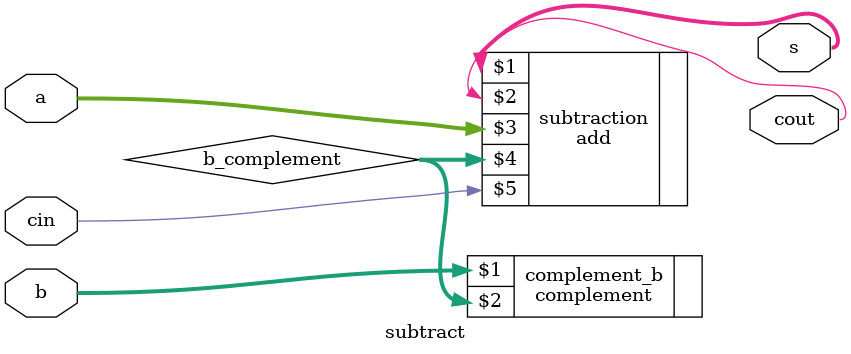
<source format=v>
module subtract(a, b, cin, s, cout);

    input [31:0] a, b;
    input cin;

    output [31:0] s;
    output cout;

    //b complement
    wire [31:0] b_complement;
    complement complement_b(b, b_complement);

    //add operation using the b complement and adding 1 by setting cin to 1
    add subtraction(s, cout, a, b_complement, cin);

endmodule
</source>
